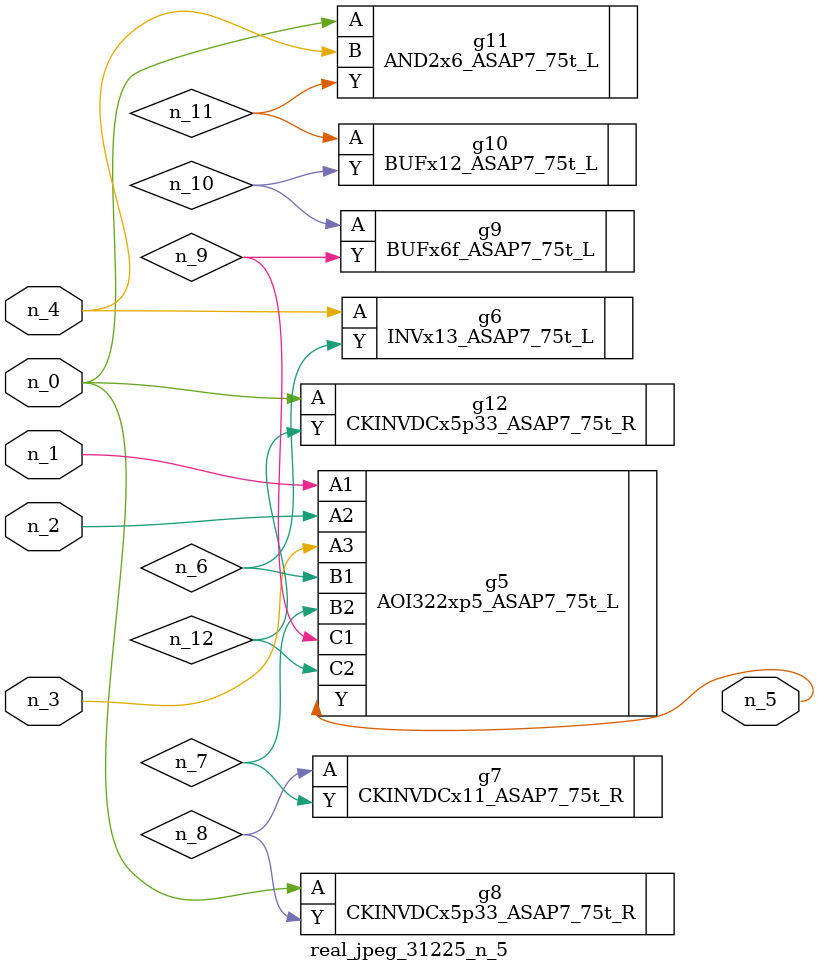
<source format=v>
module real_jpeg_31225_n_5 (n_4, n_0, n_1, n_2, n_3, n_5);

input n_4;
input n_0;
input n_1;
input n_2;
input n_3;

output n_5;

wire n_12;
wire n_8;
wire n_11;
wire n_6;
wire n_7;
wire n_10;
wire n_9;

CKINVDCx5p33_ASAP7_75t_R g8 ( 
.A(n_0),
.Y(n_8)
);

AND2x6_ASAP7_75t_L g11 ( 
.A(n_0),
.B(n_4),
.Y(n_11)
);

CKINVDCx5p33_ASAP7_75t_R g12 ( 
.A(n_0),
.Y(n_12)
);

AOI322xp5_ASAP7_75t_L g5 ( 
.A1(n_1),
.A2(n_2),
.A3(n_3),
.B1(n_6),
.B2(n_7),
.C1(n_9),
.C2(n_12),
.Y(n_5)
);

INVx13_ASAP7_75t_L g6 ( 
.A(n_4),
.Y(n_6)
);

CKINVDCx11_ASAP7_75t_R g7 ( 
.A(n_8),
.Y(n_7)
);

BUFx6f_ASAP7_75t_L g9 ( 
.A(n_10),
.Y(n_9)
);

BUFx12_ASAP7_75t_L g10 ( 
.A(n_11),
.Y(n_10)
);


endmodule
</source>
